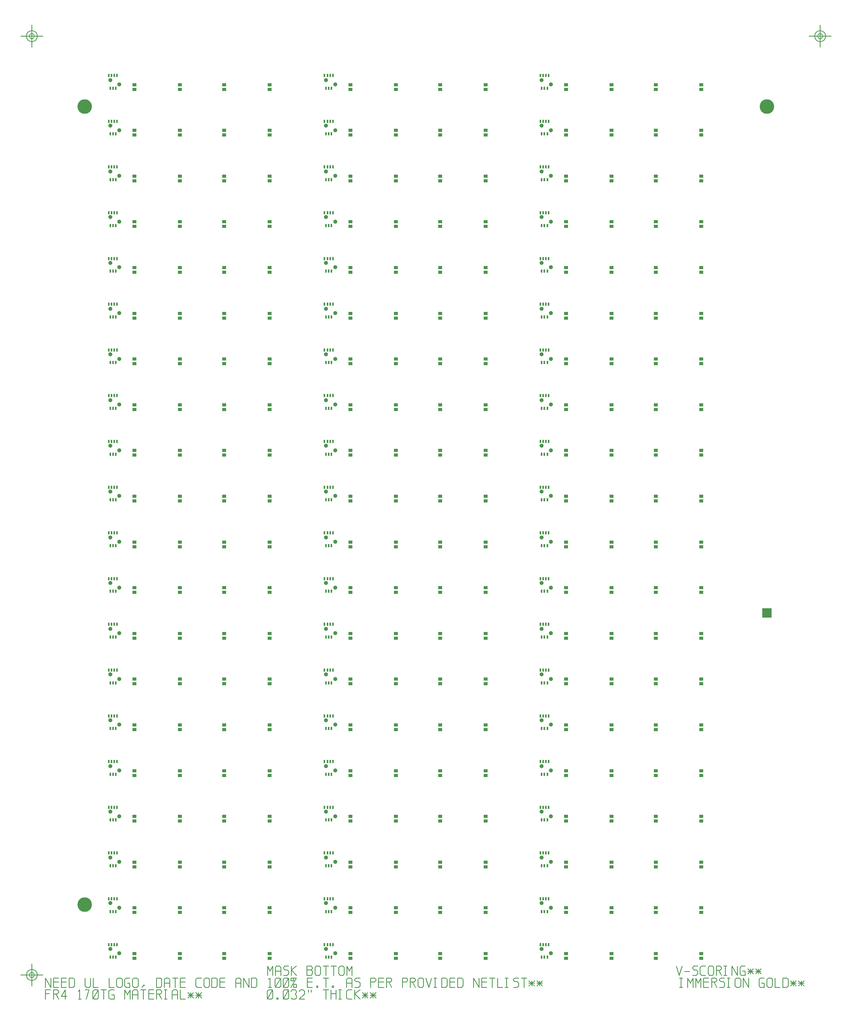
<source format=gbr>
*%FSLAX24Y24*%
%MOIN*%
%IPPOS*%
%ADD10C,0.03*%
%ADD11C,0.024*%
%ADD12R,0.065X0.032*%
%ADD13C,0.0276*%
%ADD14C,0.01*%
%ADD15C,0.015*%
%ADD16C,0.125*%
%ADD17R,0.075X0.075*%
%ADD18R,0.08X0.08*%
%AMD19*
1,1,0.1,0.0,0.0*
1,0,0.0875,0.0,0.0*
1,1,0.05,0.0,0.0*
1,0,0.0375,0.0,0.0*
20,1,0.0062,0.0,-0.0969,0.0,0.0969,0.0*
20,1,0.0062,-0.0969,0.0,0.0969,0.0,0.0*%
%ADD19D19*%
G04:---LTIenv:A019:6,0.2,6 *
%ADD100C,0.03*%
%ADD101C,0.024*%
%ADD102R,0.012X0.024*%
%ADD103R,0.03X0.02*%
%ADD104C,0.007*%
%ADD105R,0.062X0.028*%
%ADD106R,0.0085X0.02*%
%ADD107R,0.026X0.018*%
%ADD108C,0.035*%
%ADD109R,0.07X0.037*%
%ADD110C,0.035*%
%ADD111R,0.017X0.029*%
%ADD112R,0.035X0.025*%
%ADD113C,0.005*%
%AMD117*
1,1,0.001,0.01,0.0*
20,1,0.001,0.01,0.0,-0.01,0.0,0.0*
1,1,0.001,-0.01,0.0*
1,1,0.001,0.0,0.01*
20,1,0.001,0.0,0.01,0.0,-0.01,0.0*
1,1,0.001,0.0,-0.01*%
%ADD117D117*%
%AMD118*
1,1,0.001,0.025,0.0*
20,1,0.001,0.025,0.0,0.0246,-0.0043,0.0*
1,1,0.001,0.0246,-0.0043*
20,1,0.001,0.0246,-0.0043,0.0235,-0.0086,0.0*
1,1,0.001,0.0235,-0.0086*
20,1,0.001,0.0235,-0.0086,0.0217,-0.0125,0.0*
1,1,0.001,0.0217,-0.0125*
20,1,0.001,0.0217,-0.0125,0.0192,-0.0161,0.0*
1,1,0.001,0.0192,-0.0161*
20,1,0.001,0.0192,-0.0161,0.0161,-0.0192,0.0*
1,1,0.001,0.0161,-0.0192*
20,1,0.001,0.0161,-0.0192,0.0125,-0.0217,0.0*
1,1,0.001,0.0125,-0.0217*
20,1,0.001,0.0125,-0.0217,0.0086,-0.0235,0.0*
1,1,0.001,0.0086,-0.0235*
20,1,0.001,0.0086,-0.0235,0.0043,-0.0246,0.0*
1,1,0.001,0.0043,-0.0246*
20,1,0.001,0.0043,-0.0246,0.0,-0.025,0.0*
1,1,0.001,0.0,-0.025*
20,1,0.001,0.0,-0.025,-0.0043,-0.0246,0.0*
1,1,0.001,-0.0043,-0.0246*
20,1,0.001,-0.0043,-0.0246,-0.0086,-0.0235,0.0*
1,1,0.001,-0.0086,-0.0235*
20,1,0.001,-0.0086,-0.0235,-0.0125,-0.0217,0.0*
1,1,0.001,-0.0125,-0.0217*
20,1,0.001,-0.0125,-0.0217,-0.0161,-0.0192,0.0*
1,1,0.001,-0.0161,-0.0192*
20,1,0.001,-0.0161,-0.0192,-0.0192,-0.0161,0.0*
1,1,0.001,-0.0192,-0.0161*
20,1,0.001,-0.0192,-0.0161,-0.0217,-0.0125,0.0*
1,1,0.001,-0.0217,-0.0125*
20,1,0.001,-0.0217,-0.0125,-0.0235,-0.0086,0.0*
1,1,0.001,-0.0235,-0.0086*
20,1,0.001,-0.0235,-0.0086,-0.0246,-0.0043,0.0*
1,1,0.001,-0.0246,-0.0043*
20,1,0.001,-0.0246,-0.0043,-0.025,0.0,0.0*
1,1,0.001,-0.025,0.0*
20,1,0.001,-0.025,0.0,-0.0246,0.0043,0.0*
1,1,0.001,-0.0246,0.0043*
20,1,0.001,-0.0246,0.0043,-0.0235,0.0086,0.0*
1,1,0.001,-0.0235,0.0086*
20,1,0.001,-0.0235,0.0086,-0.0217,0.0125,0.0*
1,1,0.001,-0.0217,0.0125*
20,1,0.001,-0.0217,0.0125,-0.0192,0.0161,0.0*
1,1,0.001,-0.0192,0.0161*
20,1,0.001,-0.0192,0.0161,-0.0161,0.0192,0.0*
1,1,0.001,-0.0161,0.0192*
20,1,0.001,-0.0161,0.0192,-0.0125,0.0217,0.0*
1,1,0.001,-0.0125,0.0217*
20,1,0.001,-0.0125,0.0217,-0.0086,0.0235,0.0*
1,1,0.001,-0.0086,0.0235*
20,1,0.001,-0.0086,0.0235,-0.0043,0.0246,0.0*
1,1,0.001,-0.0043,0.0246*
20,1,0.001,-0.0043,0.0246,0.0,0.025,0.0*
1,1,0.001,0.0,0.025*
20,1,0.001,0.0,0.025,0.0043,0.0246,0.0*
1,1,0.001,0.0043,0.0246*
20,1,0.001,0.0043,0.0246,0.0086,0.0235,0.0*
1,1,0.001,0.0086,0.0235*
20,1,0.001,0.0086,0.0235,0.0125,0.0217,0.0*
1,1,0.001,0.0125,0.0217*
20,1,0.001,0.0125,0.0217,0.0161,0.0192,0.0*
1,1,0.001,0.0161,0.0192*
20,1,0.001,0.0161,0.0192,0.0192,0.0161,0.0*
1,1,0.001,0.0192,0.0161*
20,1,0.001,0.0192,0.0161,0.0217,0.0125,0.0*
1,1,0.001,0.0217,0.0125*
20,1,0.001,0.0217,0.0125,0.0235,0.0086,0.0*
1,1,0.001,0.0235,0.0086*
20,1,0.001,0.0235,0.0086,0.0246,0.0043,0.0*
1,1,0.001,0.0246,0.0043*
20,1,0.001,0.0246,0.0043,0.025,0.0,0.0*
1,1,0.001,0.025,0.0*
1,1,0.001,0.0125,0.0*
20,1,0.001,0.0125,0.0,-0.0125,0.0,0.0*
1,1,0.001,-0.0125,0.0*
1,1,0.001,0.0,0.0125*
20,1,0.001,0.0,0.0125,0.0,-0.0125,0.0*
1,1,0.001,0.0,-0.0125*%
%ADD118D118*%
%ADD119C,0.08*%
%ADD120C,0.008*%
%ADD200C,0.002*%
%ADD901C,0.0118*%
G04:---LTIenv:A901:15,0.0118,1 *
%ADD902C,0.02*%
G04:---LTIenv:A902:15,0.02,2 *

%LPD*%
D120*X580Y-1282D2*Y-2082D1*X120Y-1282*Y-2082*X806Y-1622D2*X1247D1*Y-1282D2*X806D1*Y-2082*X1247*X1487Y-1622D2*X1928D1*Y-1282D2*X1487D1*Y-2082*X1928*X2494D2*X2614Y-1962D1*Y-1408*X2494Y-1282*X2154*Y-2082*X2494*X4000Y-1282D2*Y-1962D1*X3880Y-2082*X3641*X3521Y-1962*Y-1282*X4649Y-2082D2*X4214D1*Y-1282*X6009Y-2082D2*X5575D1*Y-1282*X6236Y-1408D2*Y-1962D1*X6356Y-2082*X6595*X6715Y-1962*Y-1408*X6595Y-1282*X6356*X6236Y-1408*X7143Y-1723D2*X7364D1*Y-2082*X7043*X6923Y-1962*Y-1408*X7043Y-1282*X7364*X7597Y-1408D2*Y-1962D1*X7717Y-2082*X7956*X8076Y-1962*Y-1408*X7956Y-1282*X7717*X7597Y-1408*X8517Y-1975D2*Y-1887D1*X8611*X8391Y-2082*X9978D2*X10098Y-1962D1*Y-1408*X9978Y-1282*X9638*Y-2082*X9978*X10318Y-1723D2*X10778D1*Y-2082D2*Y-1408D1*X10658Y-1282*X10438*X10318Y-1408*Y-2082*X11250D2*Y-1282D1*X11011D2*X11490D1*X11691Y-1622D2*X12132D1*Y-1282D2*X11691D1*Y-2082*X12132*X13506D2*X13146D1*X13027Y-1962*Y-1408*X13146Y-1282*X13506*X13720Y-1408D2*Y-1962D1*X13839Y-2082*X14079*X14198Y-1962*Y-1408*X14079Y-1282*X13839*X13720Y-1408*X14740Y-2082D2*X14860Y-1962D1*Y-1408*X14740Y-1282*X14400*Y-2082*X14740*X15093Y-1622D2*X15534D1*Y-1282D2*X15093D1*Y-2082*X15534*X16441Y-1723D2*X16901D1*Y-2082D2*Y-1408D1*X16781Y-1282*X16561*X16441Y-1408*Y-2082*X17587Y-1282D2*Y-2082D1*X17128Y-1282*Y-2082*X18142D2*X18261Y-1962D1*Y-1408*X18142Y-1282*X17802*Y-2082*X18142*X19509D2*X19269D1*X19389D2*Y-1282D1*X19269Y-1408*X19836Y-2082D2*X20315Y-1282D1*X19956D2*X19836Y-1408D1*Y-1962*X19956Y-2082*X20195*X20315Y-1962*Y-1408*X20195Y-1282*X19956*X20517Y-2082D2*X20995Y-1282D1*X20636D2*X20517Y-1408D1*Y-1962*X20636Y-2082*X20876*X20995Y-1962*Y-1408*X20876Y-1282*X20636*X21417Y-2082D2*X21657D1*Y-1843*X21417*Y-2082*X21178D2*X21657Y-1282D1*X21417*Y-1528*X21178*Y-1282*X21417*X22576Y-1622D2*X23017D1*Y-1282D2*X22576D1*Y-2082*X23017*X23370D2*X23490D1*Y-1962*X23370*Y-2082*X24176D2*Y-1282D1*X23937D2*X24416D1*X24731Y-2082D2*X24850D1*Y-1962*X24731*Y-2082*X25965Y-1723D2*X26425D1*Y-2082D2*Y-1408D1*X26306Y-1282*X26085*X25965Y-1408*Y-2082*X26665D2*X26986D1*X27106Y-1962*Y-1723*X26986Y-1603*X26784*X26665Y-1484*Y-1408*X26784Y-1282*X27106*X28019Y-1622D2*X28359D1*X28479Y-1502*Y-1408*X28359Y-1282*X28019*Y-2082*X28699Y-1622D2*X29140D1*Y-1282D2*X28699D1*Y-2082*X29140*X29827D2*X29587Y-1647D1*X29392D2*X29707D1*X29827Y-1528*Y-1408*X29707Y-1282*X29392*Y-2082*X30740Y-1622D2*X31080D1*X31200Y-1502*Y-1408*X31080Y-1282*X30740*Y-2082*X31868D2*X31628Y-1647D1*X31433D2*X31748D1*X31868Y-1528*Y-1408*X31748Y-1282*X31433*Y-2082*X32088Y-1408D2*Y-1962D1*X32208Y-2082*X32447*X32567Y-1962*Y-1408*X32447Y-1282*X32208*X32088Y-1408*X33247Y-1282D2*X33008Y-2082D1*X32769Y-1282*X33682Y-2082D2*X33443D1*X33562D2*Y-1282D1*X33682D2*X33443D1*X34469Y-2082D2*X34589Y-1962D1*Y-1408*X34469Y-1282*X34129*Y-2082*X34469*X34822Y-1622D2*X35263D1*Y-1282D2*X34822D1*Y-2082*X35263*X35830D2*X35950Y-1962D1*Y-1408*X35830Y-1282*X35490*Y-2082*X35830*X37317Y-1282D2*Y-2082D1*X36857Y-1282*Y-2082*X37543Y-1622D2*X37984D1*Y-1282D2*X37543D1*Y-2082*X37984*X38463D2*Y-1282D1*X38224D2*X38702D1*X39345Y-2082D2*X38910D1*Y-1282*X39805Y-2082D2*X39565D1*X39685D2*Y-1282D1*X39805D2*X39565D1*X40271Y-2082D2*X40592D1*X40712Y-1962*Y-1723*X40592Y-1603*X40391*X40271Y-1484*Y-1408*X40391Y-1282*X40712*X41184Y-2082D2*Y-1282D1*X40945D2*X41424D1*X42079Y-1962D2*X41600Y-1528D1*Y-1962D2*X42079Y-1528D1*Y-1748D2*X41600D1*X41839Y-1528D2*Y-1962D1*X42759D2*X42280Y-1528D1*Y-1962D2*X42759Y-1528D1*Y-1748D2*X42280D1*X42520Y-1528D2*Y-1962D1*X54772Y-2082D2*X54532D1*X54652D2*Y-1282D1*X54772D2*X54532D1*X55672Y-2082D2*Y-1282D1*X55452Y-1723*X55231Y-1282*Y-2082*X56353D2*Y-1282D1*X56132Y-1723*X55912Y-1282*Y-2082*X56592Y-1622D2*X57033D1*Y-1282D2*X56592D1*Y-2082*X57033*X57720D2*X57480Y-1647D1*X57285D2*X57600D1*X57720Y-1528*Y-1408*X57600Y-1282*X57285*Y-2082*X57959D2*X58280D1*X58400Y-1962*Y-1723*X58280Y-1603*X58079*X57959Y-1484*Y-1408*X58079Y-1282*X58400*X58854Y-2082D2*X58614D1*X58734D2*Y-1282D1*X58854D2*X58614D1*X59301Y-1408D2*Y-1962D1*X59420Y-2082*X59660*X59780Y-1962*Y-1408*X59660Y-1282*X59420*X59301Y-1408*X60447Y-1282D2*Y-2082D1*X59987Y-1282*Y-2082*X61569Y-1723D2*X61789D1*Y-2082*X61468*X61348Y-1962*Y-1408*X61468Y-1282*X61789*X62022Y-1408D2*Y-1962D1*X62142Y-2082*X62381*X62501Y-1962*Y-1408*X62381Y-1282*X62142*X62022Y-1408*X63156Y-2082D2*X62721D1*Y-1282*X63723Y-2082D2*X63843Y-1962D1*Y-1408*X63723Y-1282*X63383*Y-2082*X63723*X64529Y-1962D2*X64050Y-1528D1*Y-1962D2*X64529Y-1528D1*Y-1748D2*X64050D1*X64290Y-1528D2*Y-1962D1*X65209D2*X64731Y-1528D1*Y-1962D2*X65209Y-1528D1*Y-1748D2*X64731D1*X64970Y-1528D2*Y-1962D1*X441Y-2643D2*X126D1*Y-3102D2*Y-2302D1*X561*X1254Y-3102D2*X1014Y-2668D1*X819D2*X1134D1*X1254Y-2548*Y-2428*X1134Y-2302*X819*Y-3102*X1946Y-2863D2*X1487D1*X1827Y-2302*Y-3102*X3181D2*X2942D1*X3061D2*Y-2302D1*X2942Y-2428*X3628Y-3102D2*X3868Y-2302D1*X3509*X4189Y-3102D2*X4668Y-2302D1*X4309D2*X4189Y-2428D1*Y-2983*X4309Y-3102*X4548*X4668Y-2983*Y-2428*X4548Y-2302*X4309*X5128Y-3102D2*Y-2302D1*X4888D2*X5367D1*X5783Y-2743D2*X6003D1*Y-3102*X5682*X5562Y-2983*Y-2428*X5682Y-2302*X6003*X7370Y-3102D2*Y-2302D1*X7150Y-2743*X6929Y-2302*Y-3102*X7597Y-2743D2*X8057D1*Y-3102D2*Y-2428D1*X7937Y-2302*X7717*X7597Y-2428*Y-3102*X8529D2*Y-2302D1*X8290D2*X8769D1*X8970Y-2643D2*X9411D1*Y-2302D2*X8970D1*Y-3102*X9411*X10098D2*X9858Y-2668D1*X9663D2*X9978D1*X10098Y-2548*Y-2428*X9978Y-2302*X9663*Y-3102*X10551D2*X10312D1*X10431D2*Y-2302D1*X10551D2*X10312D1*X10998Y-2743D2*X11458D1*Y-3102D2*Y-2428D1*X11339Y-2302*X11118*X10998Y-2428*Y-3102*X12132D2*X11698D1*Y-2302*X12825Y-2983D2*X12346Y-2548D1*Y-2983D2*X12825Y-2548D1*Y-2769D2*X12346D1*X12586Y-2548D2*Y-2983D1*X13506D2*X13027Y-2548D1*Y-2983D2*X13506Y-2548D1*Y-2769D2*X13027D1*X13266Y-2548D2*Y-2983D1*X19156Y-3102D2*X19635Y-2302D1*X19276D2*X19156Y-2428D1*Y-2983*X19276Y-3102*X19515*X19635Y-2983*Y-2428*X19515Y-2302*X19276*X19969Y-3102D2*X20088D1*Y-2983*X19969*Y-3102*X20517D2*X20995Y-2302D1*X20636D2*X20517Y-2428D1*Y-2983*X20636Y-3102*X20876*X20995Y-2983*Y-2428*X20876Y-2302*X20636*X21178Y-2983D2*X21298Y-3102D1*X21543*X21663Y-2983*Y-2788*X21543Y-2668*X21663Y-2548*Y-2428*X21543Y-2302*X21298*X21178Y-2428*X22343Y-3102D2*X21883D1*X22343Y-2668*Y-2428*X22224Y-2302*X22003*X21883Y-2428*X22917Y-2504D2*Y-2302D1*X22677Y-2504D2*Y-2302D1*X24176Y-3102D2*Y-2302D1*X23937D2*X24416D1*X24605Y-2643D2*X25065D1*Y-2302D2*Y-3102D1*X24605D2*Y-2302D1*X25518Y-3102D2*X25279D1*X25398D2*Y-2302D1*X25518D2*X25279D1*X26431Y-3102D2*X26072D1*X25953Y-2983*Y-2428*X26072Y-2302*X26431*X26665Y-3102D2*Y-2302D1*X27106Y-3102D2*X26665Y-2643D1*X27106Y-2302*X27792Y-2983D2*X27313Y-2548D1*Y-2983D2*X27792Y-2548D1*Y-2769D2*X27313D1*X27553Y-2548D2*Y-2983D1*X28472D2*X27994Y-2548D1*Y-2983D2*X28472Y-2548D1*Y-2769D2*X27994D1*X28233Y-2548D2*Y-2983D1*X54738Y-262D2*X54499Y-1062D1*X54259Y-262*X55393Y-728D2*X54952D1*X55639Y-1062D2*X55960D1*X56080Y-942*Y-703*X55960Y-583*X55759*X55639Y-464*Y-388*X55759Y-262*X56080*X56766Y-1062D2*X56407D1*X56288Y-942*Y-388*X56407Y-262*X56766*X56981Y-388D2*Y-942D1*X57100Y-1062*X57340*X57459Y-942*Y-388*X57340Y-262*X57100*X56981Y-388*X58121Y-1062D2*X57881Y-627D1*X57686D2*X58001D1*X58121Y-508*Y-388*X58001Y-262*X57686*Y-1062*X58574D2*X58335D1*X58455D2*Y-262D1*X58574D2*X58335D1*X59488D2*Y-1062D1*X59028Y-262*Y-1062*X59929Y-703D2*X60149D1*Y-1062*X59828*X59708Y-942*Y-388*X59828Y-262*X60149*X60848Y-942D2*X60370Y-508D1*Y-942D2*X60848Y-508D1*Y-728D2*X60370D1*X60609Y-508D2*Y-942D1*X61529D2*X61050Y-508D1*Y-942D2*X61529Y-508D1*Y-728D2*X61050D1*X61289Y-508D2*Y-942D1*X19616Y-1062D2*Y-262D1*X19395Y-703*X19175Y-262*Y-1062*X19843Y-703D2*X20303D1*Y-1062D2*Y-388D1*X20183Y-262*X19962*X19843Y-388*Y-1062*X20542D2*X20863D1*X20983Y-942*Y-703*X20863Y-583*X20662*X20542Y-464*Y-388*X20662Y-262*X20983*X21222Y-1062D2*Y-262D1*X21663Y-1062D2*X21222Y-602D1*X21663Y-262*X22558Y-602D2*X22917D1*X22558Y-1062D2*X22917D1*X23036Y-942*Y-703*X22917Y-602*X23036Y-508*Y-388*X22917Y-262*X22558*Y-1062*X23244Y-388D2*Y-942D1*X23364Y-1062*X23603*X23723Y-942*Y-388*X23603Y-262*X23364*X23244Y-388*X24177Y-1062D2*Y-262D1*X23937D2*X24416D1*X24857Y-1062D2*Y-262D1*X24618D2*X25096D1*X25285Y-388D2*Y-942D1*X25405Y-1062*X25644*X25764Y-942*Y-388*X25644Y-262*X25405*X25285Y-388*X26419Y-1062D2*Y-262D1*X26199Y-703*X25978Y-262*Y-1062*D16*X62036Y73400D3*X3500D3*Y5000D3*D18*X62036Y30000D3*D19*X-1040Y79440D3*X66576D3*X-1040Y-1040D3*D110*X6460Y75300D3*X5670Y75680D3*X24972Y75300D3*X24182Y75680D3*X43484Y75300D3*X42694Y75680D3*X43484Y71380D3*X42694Y71760D3*X24972Y71380D3*X24182Y71760D3*X6460Y71380D3*X5670Y71760D3*X6460Y67460D3*X5670Y67840D3*X24972Y67460D3*X24182Y67840D3*X43484Y67460D3*X42694Y67840D3*X43484Y63540D3*X42694Y63920D3*X24972Y63540D3*X24182Y63920D3*X6460Y63540D3*X5670Y63920D3*X6460Y59620D3*X5670Y60000D3*X24972Y59620D3*X24182Y60000D3*X43484Y59620D3*X42694Y60000D3*X43484Y55700D3*X42694Y56080D3*X24972Y55700D3*X24182Y56080D3*X6460Y55700D3*X5670Y56080D3*X6460Y51780D3*X5670Y52160D3*X24972Y51780D3*X24182Y52160D3*X43484Y51780D3*X42694Y52160D3*X43484Y47860D3*X42694Y48240D3*X24972Y47860D3*X24182Y48240D3*X6460Y47860D3*X5670Y48240D3*X6460Y43940D3*X5670Y44320D3*X24972Y43940D3*X24182Y44320D3*X43484Y43940D3*X42694Y44320D3*X43484Y40020D3*X42694Y40400D3*X24972Y40020D3*X24182Y40400D3*X6460Y40020D3*X5670Y40400D3*X6460Y36100D3*X5670Y36480D3*X24972Y36100D3*X24182Y36480D3*X43484Y36100D3*X42694Y36480D3*X43484Y32180D3*X42694Y32560D3*X24972Y32180D3*X24182Y32560D3*X6460Y32180D3*X5670Y32560D3*X6460Y28260D3*X5670Y28640D3*X24972Y28260D3*X24182Y28640D3*X43484Y28260D3*X42694Y28640D3*X43484Y24340D3*X42694Y24720D3*X24972Y24340D3*X24182Y24720D3*X6460Y24340D3*X5670Y24720D3*X6460Y20420D3*X5670Y20800D3*X24972Y20420D3*X24182Y20800D3*X43484Y20420D3*X42694Y20800D3*X43484Y16500D3*X42694Y16880D3*X24972Y16500D3*X24182Y16880D3*X6460Y16500D3*X5670Y16880D3*X6460Y12580D3*X5670Y12960D3*X24972Y12580D3*X24182Y12960D3*X43484Y12580D3*X42694Y12960D3*X43484Y8660D3*X42694Y9040D3*X24972Y8660D3*X24182Y9040D3*X6460Y8660D3*X5670Y9040D3*X6460Y4740D3*X5670Y5120D3*X24972Y4740D3*X24182Y5120D3*X43484Y4740D3*X42694Y5120D3*X43484Y820D3*X42694Y1200D3*X24972Y820D3*X24182Y1200D3*X6460Y820D3*X5670Y1200D3*D111*X6146Y74977D3*X6264Y76063D3*X5556D3*X5674Y74977D3*X5792Y76063D3*X5910Y74977D3*X6028Y76063D3*X24658Y74977D3*X24776Y76063D3*X24068D3*X24186Y74977D3*X24304Y76063D3*X24422Y74977D3*X24540Y76063D3*X43170Y74977D3*X43288Y76063D3*X42580D3*X42698Y74977D3*X42816Y76063D3*X42934Y74977D3*X43052Y76063D3*X43170Y71057D3*X43288Y72143D3*X42580D3*X42698Y71057D3*X42816Y72143D3*X42934Y71057D3*X43052Y72143D3*X24658Y71057D3*X24776Y72143D3*X24068D3*X24186Y71057D3*X24304Y72143D3*X24422Y71057D3*X24540Y72143D3*X6146Y71057D3*X6264Y72143D3*X5556D3*X5674Y71057D3*X5792Y72143D3*X5910Y71057D3*X6028Y72143D3*X6146Y67137D3*X6264Y68223D3*X5556D3*X5674Y67137D3*X5792Y68223D3*X5910Y67137D3*X6028Y68223D3*X24658Y67137D3*X24776Y68223D3*X24068D3*X24186Y67137D3*X24304Y68223D3*X24422Y67137D3*X24540Y68223D3*X43170Y67137D3*X43288Y68223D3*X42580D3*X42698Y67137D3*X42816Y68223D3*X42934Y67137D3*X43052Y68223D3*X43170Y63217D3*X43288Y64303D3*X42580D3*X42698Y63217D3*X42816Y64303D3*X42934Y63217D3*X43052Y64303D3*X24658Y63217D3*X24776Y64303D3*X24068D3*X24186Y63217D3*X24304Y64303D3*X24422Y63217D3*X24540Y64303D3*X6146Y63217D3*X6264Y64303D3*X5556D3*X5674Y63217D3*X5792Y64303D3*X5910Y63217D3*X6028Y64303D3*X6146Y59297D3*X6264Y60383D3*X5556D3*X5674Y59297D3*X5792Y60383D3*X5910Y59297D3*X6028Y60383D3*X24658Y59297D3*X24776Y60383D3*X24068D3*X24186Y59297D3*X24304Y60383D3*X24422Y59297D3*X24540Y60383D3*X43170Y59297D3*X43288Y60383D3*X42580D3*X42698Y59297D3*X42816Y60383D3*X42934Y59297D3*X43052Y60383D3*X43170Y55377D3*X43288Y56463D3*X42580D3*X42698Y55377D3*X42816Y56463D3*X42934Y55377D3*X43052Y56463D3*X24658Y55377D3*X24776Y56463D3*X24068D3*X24186Y55377D3*X24304Y56463D3*X24422Y55377D3*X24540Y56463D3*X6146Y55377D3*X6264Y56463D3*X5556D3*X5674Y55377D3*X5792Y56463D3*X5910Y55377D3*X6028Y56463D3*X6146Y51457D3*X6264Y52543D3*X5556D3*X5674Y51457D3*X5792Y52543D3*X5910Y51457D3*X6028Y52543D3*X24658Y51457D3*X24776Y52543D3*X24068D3*X24186Y51457D3*X24304Y52543D3*X24422Y51457D3*X24540Y52543D3*X43170Y51457D3*X43288Y52543D3*X42580D3*X42698Y51457D3*X42816Y52543D3*X42934Y51457D3*X43052Y52543D3*X43170Y47537D3*X43288Y48623D3*X42580D3*X42698Y47537D3*X42816Y48623D3*X42934Y47537D3*X43052Y48623D3*X24658Y47537D3*X24776Y48623D3*X24068D3*X24186Y47537D3*X24304Y48623D3*X24422Y47537D3*X24540Y48623D3*X6146Y47537D3*X6264Y48623D3*X5556D3*X5674Y47537D3*X5792Y48623D3*X5910Y47537D3*X6028Y48623D3*X6146Y43617D3*X6264Y44703D3*X5556D3*X5674Y43617D3*X5792Y44703D3*X5910Y43617D3*X6028Y44703D3*X24658Y43617D3*X24776Y44703D3*X24068D3*X24186Y43617D3*X24304Y44703D3*X24422Y43617D3*X24540Y44703D3*X43170Y43617D3*X43288Y44703D3*X42580D3*X42698Y43617D3*X42816Y44703D3*X42934Y43617D3*X43052Y44703D3*X43170Y39697D3*X43288Y40783D3*X42580D3*X42698Y39697D3*X42816Y40783D3*X42934Y39697D3*X43052Y40783D3*X24658Y39697D3*X24776Y40783D3*X24068D3*X24186Y39697D3*X24304Y40783D3*X24422Y39697D3*X24540Y40783D3*X6146Y39697D3*X6264Y40783D3*X5556D3*X5674Y39697D3*X5792Y40783D3*X5910Y39697D3*X6028Y40783D3*X6146Y35777D3*X6264Y36863D3*X5556D3*X5674Y35777D3*X5792Y36863D3*X5910Y35777D3*X6028Y36863D3*X24658Y35777D3*X24776Y36863D3*X24068D3*X24186Y35777D3*X24304Y36863D3*X24422Y35777D3*X24540Y36863D3*X43170Y35777D3*X43288Y36863D3*X42580D3*X42698Y35777D3*X42816Y36863D3*X42934Y35777D3*X43052Y36863D3*X43170Y31857D3*X43288Y32943D3*X42580D3*X42698Y31857D3*X42816Y32943D3*X42934Y31857D3*X43052Y32943D3*X24658Y31857D3*X24776Y32943D3*X24068D3*X24186Y31857D3*X24304Y32943D3*X24422Y31857D3*X24540Y32943D3*X6146Y31857D3*X6264Y32943D3*X5556D3*X5674Y31857D3*X5792Y32943D3*X5910Y31857D3*X6028Y32943D3*X6146Y27937D3*X6264Y29023D3*X5556D3*X5674Y27937D3*X5792Y29023D3*X5910Y27937D3*X6028Y29023D3*X24658Y27937D3*X24776Y29023D3*X24068D3*X24186Y27937D3*X24304Y29023D3*X24422Y27937D3*X24540Y29023D3*X43170Y27937D3*X43288Y29023D3*X42580D3*X42698Y27937D3*X42816Y29023D3*X42934Y27937D3*X43052Y29023D3*X43170Y24017D3*X43288Y25103D3*X42580D3*X42698Y24017D3*X42816Y25103D3*X42934Y24017D3*X43052Y25103D3*X24658Y24017D3*X24776Y25103D3*X24068D3*X24186Y24017D3*X24304Y25103D3*X24422Y24017D3*X24540Y25103D3*X6146Y24017D3*X6264Y25103D3*X5556D3*X5674Y24017D3*X5792Y25103D3*X5910Y24017D3*X6028Y25103D3*X6146Y20097D3*X6264Y21183D3*X5556D3*X5674Y20097D3*X5792Y21183D3*X5910Y20097D3*X6028Y21183D3*X24658Y20097D3*X24776Y21183D3*X24068D3*X24186Y20097D3*X24304Y21183D3*X24422Y20097D3*X24540Y21183D3*X43170Y20097D3*X43288Y21183D3*X42580D3*X42698Y20097D3*X42816Y21183D3*X42934Y20097D3*X43052Y21183D3*X43170Y16177D3*X43288Y17263D3*X42580D3*X42698Y16177D3*X42816Y17263D3*X42934Y16177D3*X43052Y17263D3*X24658Y16177D3*X24776Y17263D3*X24068D3*X24186Y16177D3*X24304Y17263D3*X24422Y16177D3*X24540Y17263D3*X6146Y16177D3*X6264Y17263D3*X5556D3*X5674Y16177D3*X5792Y17263D3*X5910Y16177D3*X6028Y17263D3*X6146Y12257D3*X6264Y13343D3*X5556D3*X5674Y12257D3*X5792Y13343D3*X5910Y12257D3*X6028Y13343D3*X24658Y12257D3*X24776Y13343D3*X24068D3*X24186Y12257D3*X24304Y13343D3*X24422Y12257D3*X24540Y13343D3*X43170Y12257D3*X43288Y13343D3*X42580D3*X42698Y12257D3*X42816Y13343D3*X42934Y12257D3*X43052Y13343D3*X43170Y8337D3*X43288Y9423D3*X42580D3*X42698Y8337D3*X42816Y9423D3*X42934Y8337D3*X43052Y9423D3*X24658Y8337D3*X24776Y9423D3*X24068D3*X24186Y8337D3*X24304Y9423D3*X24422Y8337D3*X24540Y9423D3*X6146Y8337D3*X6264Y9423D3*X5556D3*X5674Y8337D3*X5792Y9423D3*X5910Y8337D3*X6028Y9423D3*X6146Y4417D3*X6264Y5503D3*X5556D3*X5674Y4417D3*X5792Y5503D3*X5910Y4417D3*X6028Y5503D3*X24658Y4417D3*X24776Y5503D3*X24068D3*X24186Y4417D3*X24304Y5503D3*X24422Y4417D3*X24540Y5503D3*X43170Y4417D3*X43288Y5503D3*X42580D3*X42698Y4417D3*X42816Y5503D3*X42934Y4417D3*X43052Y5503D3*X43170Y497D3*X43288Y1583D3*X42580D3*X42698Y497D3*X42816Y1583D3*X42934Y497D3*X43052Y1583D3*X24658Y497D3*X24776Y1583D3*X24068D3*X24186Y497D3*X24304Y1583D3*X24422Y497D3*X24540Y1583D3*X6146Y497D3*X6264Y1583D3*X5556D3*X5674Y497D3*X5792Y1583D3*X5910Y497D3*X6028Y1583D3*D112*X19360Y74880D3*Y75280D3*X15460Y74880D3*Y75280D3*X11660Y74880D3*Y75280D3*X7760Y74880D3*Y75280D3*X37872Y74880D3*Y75280D3*X33972Y74880D3*Y75280D3*X30172Y74880D3*Y75280D3*X26272Y74880D3*Y75280D3*X56384Y74880D3*Y75280D3*X52484Y74880D3*Y75280D3*X48684Y74880D3*Y75280D3*X44784Y74880D3*Y75280D3*X56384Y70960D3*Y71360D3*X52484Y70960D3*Y71360D3*X48684Y70960D3*Y71360D3*X44784Y70960D3*Y71360D3*X37872Y70960D3*Y71360D3*X33972Y70960D3*Y71360D3*X30172Y70960D3*Y71360D3*X26272Y70960D3*Y71360D3*X19360Y70960D3*Y71360D3*X15460Y70960D3*Y71360D3*X11660Y70960D3*Y71360D3*X7760Y70960D3*Y71360D3*X19360Y67040D3*Y67440D3*X15460Y67040D3*Y67440D3*X11660Y67040D3*Y67440D3*X7760Y67040D3*Y67440D3*X37872Y67040D3*Y67440D3*X33972Y67040D3*Y67440D3*X30172Y67040D3*Y67440D3*X26272Y67040D3*Y67440D3*X56384Y67040D3*Y67440D3*X52484Y67040D3*Y67440D3*X48684Y67040D3*Y67440D3*X44784Y67040D3*Y67440D3*X56384Y63120D3*Y63520D3*X52484Y63120D3*Y63520D3*X48684Y63120D3*Y63520D3*X44784Y63120D3*Y63520D3*X37872Y63120D3*Y63520D3*X33972Y63120D3*Y63520D3*X30172Y63120D3*Y63520D3*X26272Y63120D3*Y63520D3*X19360Y63120D3*Y63520D3*X15460Y63120D3*Y63520D3*X11660Y63120D3*Y63520D3*X7760Y63120D3*Y63520D3*X19360Y59200D3*Y59600D3*X15460Y59200D3*Y59600D3*X11660Y59200D3*Y59600D3*X7760Y59200D3*Y59600D3*X37872Y59200D3*Y59600D3*X33972Y59200D3*Y59600D3*X30172Y59200D3*Y59600D3*X26272Y59200D3*Y59600D3*X56384Y59200D3*Y59600D3*X52484Y59200D3*Y59600D3*X48684Y59200D3*Y59600D3*X44784Y59200D3*Y59600D3*X56384Y55280D3*Y55680D3*X52484Y55280D3*Y55680D3*X48684Y55280D3*Y55680D3*X44784Y55280D3*Y55680D3*X37872Y55280D3*Y55680D3*X33972Y55280D3*Y55680D3*X30172Y55280D3*Y55680D3*X26272Y55280D3*Y55680D3*X19360Y55280D3*Y55680D3*X15460Y55280D3*Y55680D3*X11660Y55280D3*Y55680D3*X7760Y55280D3*Y55680D3*X19360Y51360D3*Y51760D3*X15460Y51360D3*Y51760D3*X11660Y51360D3*Y51760D3*X7760Y51360D3*Y51760D3*X37872Y51360D3*Y51760D3*X33972Y51360D3*Y51760D3*X30172Y51360D3*Y51760D3*X26272Y51360D3*Y51760D3*X56384Y51360D3*Y51760D3*X52484Y51360D3*Y51760D3*X48684Y51360D3*Y51760D3*X44784Y51360D3*Y51760D3*X56384Y47440D3*Y47840D3*X52484Y47440D3*Y47840D3*X48684Y47440D3*Y47840D3*X44784Y47440D3*Y47840D3*X37872Y47440D3*Y47840D3*X33972Y47440D3*Y47840D3*X30172Y47440D3*Y47840D3*X26272Y47440D3*Y47840D3*X19360Y47440D3*Y47840D3*X15460Y47440D3*Y47840D3*X11660Y47440D3*Y47840D3*X7760Y47440D3*Y47840D3*X19360Y43520D3*Y43920D3*X15460Y43520D3*Y43920D3*X11660Y43520D3*Y43920D3*X7760Y43520D3*Y43920D3*X37872Y43520D3*Y43920D3*X33972Y43520D3*Y43920D3*X30172Y43520D3*Y43920D3*X26272Y43520D3*Y43920D3*X56384Y43520D3*Y43920D3*X52484Y43520D3*Y43920D3*X48684Y43520D3*Y43920D3*X44784Y43520D3*Y43920D3*X56384Y39600D3*Y40000D3*X52484Y39600D3*Y40000D3*X48684Y39600D3*Y40000D3*X44784Y39600D3*Y40000D3*X37872Y39600D3*Y40000D3*X33972Y39600D3*Y40000D3*X30172Y39600D3*Y40000D3*X26272Y39600D3*Y40000D3*X19360Y39600D3*Y40000D3*X15460Y39600D3*Y40000D3*X11660Y39600D3*Y40000D3*X7760Y39600D3*Y40000D3*X19360Y35680D3*Y36080D3*X15460Y35680D3*Y36080D3*X11660Y35680D3*Y36080D3*X7760Y35680D3*Y36080D3*X37872Y35680D3*Y36080D3*X33972Y35680D3*Y36080D3*X30172Y35680D3*Y36080D3*X26272Y35680D3*Y36080D3*X56384Y35680D3*Y36080D3*X52484Y35680D3*Y36080D3*X48684Y35680D3*Y36080D3*X44784Y35680D3*Y36080D3*X56384Y31760D3*Y32160D3*X52484Y31760D3*Y32160D3*X48684Y31760D3*Y32160D3*X44784Y31760D3*Y32160D3*X37872Y31760D3*Y32160D3*X33972Y31760D3*Y32160D3*X30172Y31760D3*Y32160D3*X26272Y31760D3*Y32160D3*X19360Y31760D3*Y32160D3*X15460Y31760D3*Y32160D3*X11660Y31760D3*Y32160D3*X7760Y31760D3*Y32160D3*X19360Y27840D3*Y28240D3*X15460Y27840D3*Y28240D3*X11660Y27840D3*Y28240D3*X7760Y27840D3*Y28240D3*X37872Y27840D3*Y28240D3*X33972Y27840D3*Y28240D3*X30172Y27840D3*Y28240D3*X26272Y27840D3*Y28240D3*X56384Y27840D3*Y28240D3*X52484Y27840D3*Y28240D3*X48684Y27840D3*Y28240D3*X44784Y27840D3*Y28240D3*X56384Y23920D3*Y24320D3*X52484Y23920D3*Y24320D3*X48684Y23920D3*Y24320D3*X44784Y23920D3*Y24320D3*X37872Y23920D3*Y24320D3*X33972Y23920D3*Y24320D3*X30172Y23920D3*Y24320D3*X26272Y23920D3*Y24320D3*X19360Y23920D3*Y24320D3*X15460Y23920D3*Y24320D3*X11660Y23920D3*Y24320D3*X7760Y23920D3*Y24320D3*X19360Y20000D3*Y20400D3*X15460Y20000D3*Y20400D3*X11660Y20000D3*Y20400D3*X7760Y20000D3*Y20400D3*X37872Y20000D3*Y20400D3*X33972Y20000D3*Y20400D3*X30172Y20000D3*Y20400D3*X26272Y20000D3*Y20400D3*X56384Y20000D3*Y20400D3*X52484Y20000D3*Y20400D3*X48684Y20000D3*Y20400D3*X44784Y20000D3*Y20400D3*X56384Y16080D3*Y16480D3*X52484Y16080D3*Y16480D3*X48684Y16080D3*Y16480D3*X44784Y16080D3*Y16480D3*X37872Y16080D3*Y16480D3*X33972Y16080D3*Y16480D3*X30172Y16080D3*Y16480D3*X26272Y16080D3*Y16480D3*X19360Y16080D3*Y16480D3*X15460Y16080D3*Y16480D3*X11660Y16080D3*Y16480D3*X7760Y16080D3*Y16480D3*X19360Y12160D3*Y12560D3*X15460Y12160D3*Y12560D3*X11660Y12160D3*Y12560D3*X7760Y12160D3*Y12560D3*X37872Y12160D3*Y12560D3*X33972Y12160D3*Y12560D3*X30172Y12160D3*Y12560D3*X26272Y12160D3*Y12560D3*X56384Y12160D3*Y12560D3*X52484Y12160D3*Y12560D3*X48684Y12160D3*Y12560D3*X44784Y12160D3*Y12560D3*X56384Y8240D3*Y8640D3*X52484Y8240D3*Y8640D3*X48684Y8240D3*Y8640D3*X44784Y8240D3*Y8640D3*X37872Y8240D3*Y8640D3*X33972Y8240D3*Y8640D3*X30172Y8240D3*Y8640D3*X26272Y8240D3*Y8640D3*X19360Y8240D3*Y8640D3*X15460Y8240D3*Y8640D3*X11660Y8240D3*Y8640D3*X7760Y8240D3*Y8640D3*X19360Y4320D3*Y4720D3*X15460Y4320D3*Y4720D3*X11660Y4320D3*Y4720D3*X7760Y4320D3*Y4720D3*X37872Y4320D3*Y4720D3*X33972Y4320D3*Y4720D3*X30172Y4320D3*Y4720D3*X26272Y4320D3*Y4720D3*X56384Y4320D3*Y4720D3*X52484Y4320D3*Y4720D3*X48684Y4320D3*Y4720D3*X44784Y4320D3*Y4720D3*X56384Y400D3*Y800D3*X52484Y400D3*Y800D3*X48684Y400D3*Y800D3*X44784Y400D3*Y800D3*X37872Y400D3*Y800D3*X33972Y400D3*Y800D3*X30172Y400D3*Y800D3*X26272Y400D3*Y800D3*X19360Y400D3*Y800D3*X15460Y400D3*Y800D3*X11660Y400D3*Y800D3*X7760Y400D3*Y800D3*X0Y0D2*M02*
</source>
